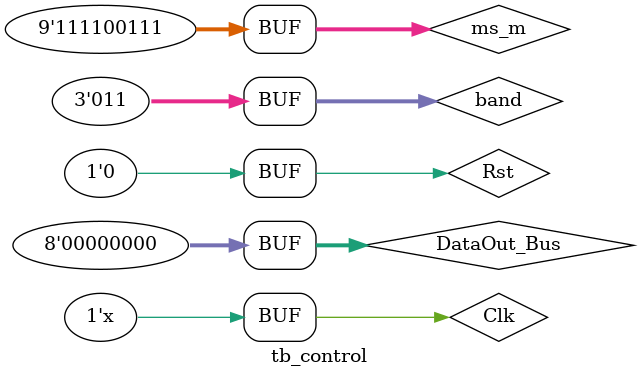
<source format=v>
`timescale 1ns / 1ps


module tb_control();
reg Rst;
    reg Clk;
    reg [8:0] ms_m;
    reg [7:0] DataOut_Bus;
    reg [2:0] band;
    wire [2:0] fun;
    wire [5:0] b_sel;
    wire LE_sel;
    wire [1:0] outbus;
    wire [2:0] c_sel;
    wire [7:0] Address_Instruction_Bus
;
control uut(
.Rst(Rst),
.Clk(Clk),
.ms_m(ms_m),
.DataOut_Bus(DataOut_Bus),
.band(band),
.fun(fun),
.b_sel(b_sel),
.LE_sel(LE_sel),
.outbus(outbus),
.c_sel(c_sel),
.Address_Instruction_Bus(Address_Instruction_Bus)
);
initial
begin
 Rst=1;
 #1 Rst=0;
 Clk=0;
 ms_m=0;
 DataOut_Bus=0;
 band=0;
 #2  band=1;
 #2  band=2;
 #2  band=3;
 #1 Rst=0; 
 #1  ms_m=9'b000_001_100;
 #2  ms_m=9'b001_010_001;
 #2  ms_m=9'b010_011_010;
 #2  ms_m=9'b011_111_110;
 #2  ms_m=9'b100_001_010;
 #2  ms_m=9'b101_011_001;
 #2  ms_m=9'b110_100_001;
 #2  ms_m=9'b111_100_001;
 #2  ms_m=9'b111_100_000;
 #2  ms_m=9'b111_100_101;
 #2  ms_m=9'b111_100_111;
end
always
        #1 Clk = !Clk;
endmodule

</source>
